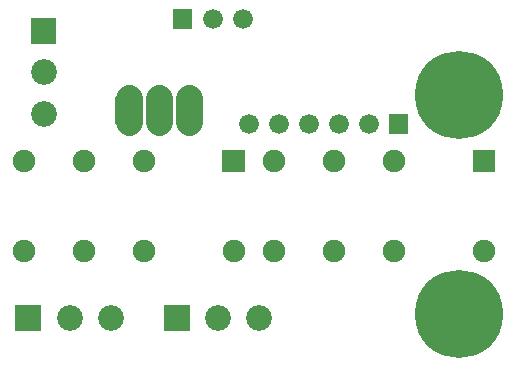
<source format=gbr>
G04 start of page 6 for group -4062 idx -4062 *
G04 Title: (unknown), soldermask *
G04 Creator: pcb 20110918 *
G04 CreationDate: Sun 03 Feb 2013 01:34:53 AM GMT UTC *
G04 For: petersen *
G04 Format: Gerber/RS-274X *
G04 PCB-Dimensions: 170000 120000 *
G04 PCB-Coordinate-Origin: lower left *
%MOIN*%
%FSLAX25Y25*%
%LNBOTTOMMASK*%
%ADD65C,0.0907*%
%ADD64C,0.2937*%
%ADD63C,0.0750*%
%ADD62C,0.0860*%
%ADD61C,0.0900*%
%ADD60C,0.0660*%
%ADD59C,0.0001*%
G54D59*G36*
X57700Y117800D02*Y111200D01*
X64300D01*
Y117800D01*
X57700D01*
G37*
G54D60*X71000Y114500D03*
X81000D03*
G54D59*G36*
X10373Y114745D02*Y106145D01*
X18973D01*
Y114745D01*
X10373D01*
G37*
G54D61*X63000Y84000D03*
X53000D03*
G54D59*G36*
X38500Y88500D02*Y79500D01*
X47500D01*
Y88500D01*
X38500D01*
G37*
G54D62*X14673Y96665D03*
Y82886D03*
G54D63*X48000Y67000D03*
X28000D03*
X8000D03*
G54D59*G36*
X54755Y18973D02*Y10373D01*
X63355D01*
Y18973D01*
X54755D01*
G37*
G54D62*X72835Y14673D03*
X86614D03*
G54D64*X153000Y16000D03*
G54D63*X91500Y37000D03*
X8000D03*
X28000D03*
X48000D03*
X78000D03*
X111500D03*
X131500D03*
X161500D03*
G54D59*G36*
X5255Y18973D02*Y10373D01*
X13855D01*
Y18973D01*
X5255D01*
G37*
G54D62*X23335Y14673D03*
X37114D03*
G54D64*X153000Y89000D03*
G54D59*G36*
X129700Y82800D02*Y76200D01*
X136300D01*
Y82800D01*
X129700D01*
G37*
G36*
X157750Y70750D02*Y63250D01*
X165250D01*
Y70750D01*
X157750D01*
G37*
G54D63*X131500Y67000D03*
G54D60*X123000Y79500D03*
X113000D03*
G54D63*X111500Y67000D03*
G54D60*X103000Y79500D03*
X93000D03*
X83000D03*
G54D63*X91500Y67000D03*
G54D59*G36*
X74250Y70750D02*Y63250D01*
X81750D01*
Y70750D01*
X74250D01*
G37*
G54D65*X53000Y87937D02*Y80063D01*
X43000Y87937D02*Y80063D01*
X63000Y87937D02*Y80063D01*
M02*

</source>
